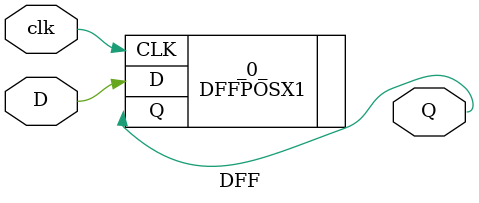
<source format=v>
/* Generated by Yosys 0.5 (git sha1 c3c9fbf, gcc 4.9.2-10ubuntu5 -O2 -fstack-protector-strong -fPIC -Os) */

(* src = "DFF.v:1" *)
module DFF(D, clk, Q);
  (* src = "DFF.v:1" *)
  input D;
  (* src = "DFF.v:1" *)
  output Q;
  (* src = "DFF.v:1" *)
  input clk;
  DFFPOSX1 _0_ (
    .CLK(clk),
    .D(D),
    .Q(Q)
  );
endmodule

</source>
